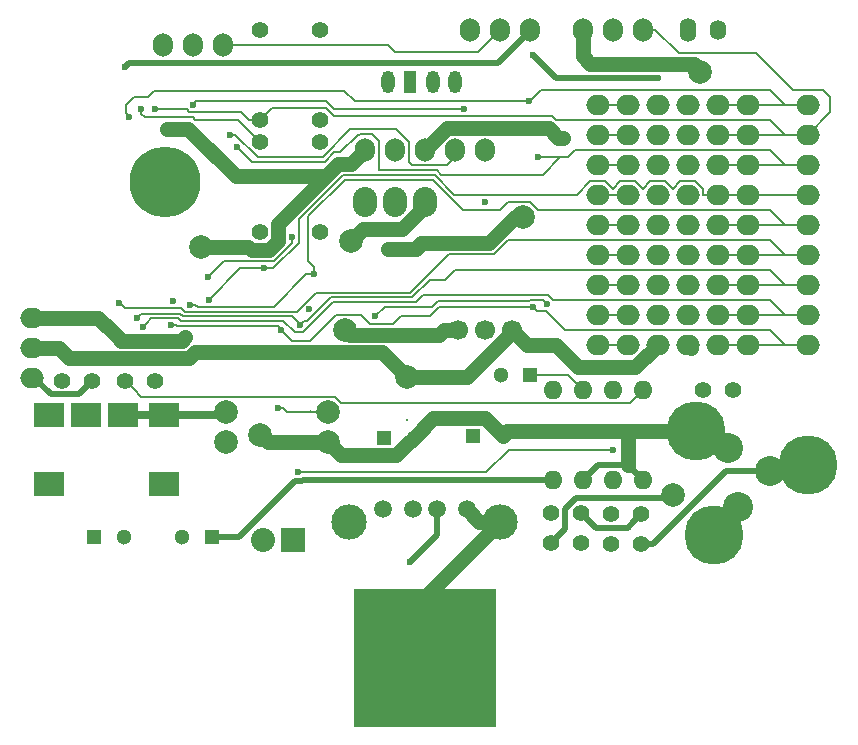
<source format=gbr>
G04 #@! TF.FileFunction,Copper,L2,Bot,Signal*
%FSLAX46Y46*%
G04 Gerber Fmt 4.6, Leading zero omitted, Abs format (unit mm)*
G04 Created by KiCad (PCBNEW 4.0.2+dfsg1-stable) date 2016年08月04日 20時34分36秒*
%MOMM*%
G01*
G04 APERTURE LIST*
%ADD10C,0.100000*%
%ADD11C,6.000000*%
%ADD12C,1.501140*%
%ADD13O,3.000000X3.000000*%
%ADD14C,1.699260*%
%ADD15C,1.300000*%
%ADD16R,1.300000X1.300000*%
%ADD17O,2.032000X2.540000*%
%ADD18C,5.000000*%
%ADD19C,2.540000*%
%ADD20O,1.600000X1.600000*%
%ADD21O,1.117600X1.905000*%
%ADD22R,1.117600X1.905000*%
%ADD23O,1.700000X2.000000*%
%ADD24O,2.000000X1.700000*%
%ADD25C,1.998980*%
%ADD26O,1.400000X2.000000*%
%ADD27O,1.400000X1.700000*%
%ADD28C,2.000000*%
%ADD29R,2.500000X2.000000*%
%ADD30R,12.000000X11.750000*%
%ADD31C,1.397000*%
%ADD32R,2.032000X2.032000*%
%ADD33O,2.032000X2.032000*%
%ADD34C,0.600000*%
%ADD35C,0.203200*%
%ADD36C,1.270000*%
%ADD37C,0.508000*%
%ADD38C,0.635000*%
G04 APERTURE END LIST*
D10*
D11*
X150660000Y-104310000D03*
D12*
X176276860Y-132077880D03*
X173736860Y-132077880D03*
X171704860Y-132077880D03*
X169164860Y-132077880D03*
D13*
X179064000Y-133110000D03*
X166264000Y-133110000D03*
D14*
X177800000Y-116840000D03*
X180091080Y-116840000D03*
X175508920Y-116840000D03*
D15*
X179284000Y-125857000D03*
D16*
X176784000Y-125857000D03*
D17*
X167640000Y-106045000D03*
X170180000Y-106045000D03*
X172720000Y-106045000D03*
D18*
X195622399Y-125469729D03*
X197166131Y-134224670D03*
X205149206Y-128303467D03*
D19*
X198352522Y-126844655D03*
X199234655Y-131847478D03*
X201920353Y-128794733D03*
D20*
X183515000Y-129540000D03*
X186055000Y-129540000D03*
X188595000Y-129540000D03*
X191135000Y-129540000D03*
X191135000Y-121920000D03*
X188595000Y-121920000D03*
X186055000Y-121920000D03*
X183515000Y-121920000D03*
D21*
X169545000Y-95885000D03*
D22*
X171450000Y-95885000D03*
D21*
X173355000Y-95885000D03*
X175260000Y-95885000D03*
D23*
X155575000Y-92710000D03*
X153035000Y-92710000D03*
X150495000Y-92710000D03*
D24*
X139446000Y-115824000D03*
X139446000Y-118364000D03*
X139446000Y-120904000D03*
D23*
X167640000Y-101600000D03*
X172720000Y-101600000D03*
X170180000Y-101600000D03*
X175260000Y-101600000D03*
X177800000Y-101600000D03*
D25*
X193675000Y-130810000D03*
D23*
X186055000Y-91440000D03*
X188595000Y-91440000D03*
X191135000Y-91440000D03*
X176530000Y-91440000D03*
X179070000Y-91440000D03*
X181610000Y-91440000D03*
D26*
X194945000Y-91440000D03*
D27*
X197485000Y-91440000D03*
D28*
X155829000Y-123825000D03*
X164465000Y-123825000D03*
D29*
X150565000Y-129900000D03*
X140865000Y-129900000D03*
X147165000Y-124100000D03*
X150565000Y-124100000D03*
X140865000Y-124100000D03*
X143965000Y-124100000D03*
D30*
X172720000Y-144640000D03*
D31*
X144526000Y-121158000D03*
X141986000Y-121158000D03*
X149860000Y-121158000D03*
X147320000Y-121158000D03*
X183388000Y-134874000D03*
X183388000Y-132334000D03*
X185928000Y-134874000D03*
X185928000Y-132334000D03*
X188468000Y-135001000D03*
X188468000Y-132461000D03*
X191008000Y-135001000D03*
X191008000Y-132461000D03*
X196215000Y-121920000D03*
X198755000Y-121920000D03*
D28*
X155829000Y-126365000D03*
X164465000Y-126365000D03*
D31*
X163830000Y-108585000D03*
X158750000Y-108585000D03*
X163830000Y-100965000D03*
X158750000Y-100965000D03*
D16*
X144693000Y-134366000D03*
D15*
X147193000Y-134366000D03*
X152146000Y-134366000D03*
D16*
X154646000Y-134366000D03*
D24*
X205105000Y-118110000D03*
X205105000Y-107950000D03*
X205105000Y-110490000D03*
X205105000Y-115570000D03*
X205105000Y-113030000D03*
X205105000Y-102870000D03*
X205105000Y-105410000D03*
X205105000Y-100330000D03*
X205105000Y-97790000D03*
D16*
X181610000Y-120650000D03*
D15*
X179110000Y-120650000D03*
D24*
X197485000Y-118110000D03*
X197485000Y-107950000D03*
X197485000Y-110490000D03*
X197485000Y-115570000D03*
X197485000Y-113030000D03*
X197485000Y-102870000D03*
X197485000Y-105410000D03*
X197485000Y-100330000D03*
X197485000Y-97790000D03*
X192405000Y-118110000D03*
X192405000Y-107950000D03*
X192405000Y-110490000D03*
X192405000Y-115570000D03*
X192405000Y-113030000D03*
X192405000Y-102870000D03*
X192405000Y-105410000D03*
X192405000Y-100330000D03*
X192405000Y-97790000D03*
X194945000Y-118110000D03*
X194945000Y-107950000D03*
X194945000Y-110490000D03*
X194945000Y-115570000D03*
X194945000Y-113030000D03*
X194945000Y-102870000D03*
X194945000Y-105410000D03*
X194945000Y-100330000D03*
X194945000Y-97790000D03*
X200025000Y-118110000D03*
X200025000Y-107950000D03*
X200025000Y-110490000D03*
X200025000Y-115570000D03*
X200025000Y-113030000D03*
X200025000Y-102870000D03*
X200025000Y-105410000D03*
X200025000Y-100330000D03*
X200025000Y-97790000D03*
X187325000Y-118110000D03*
X187325000Y-107950000D03*
X187325000Y-110490000D03*
X187325000Y-115570000D03*
X187325000Y-113030000D03*
X187325000Y-102870000D03*
X187325000Y-105410000D03*
X187325000Y-100330000D03*
X187325000Y-97790000D03*
X189865000Y-118110000D03*
X189865000Y-107950000D03*
X189865000Y-110490000D03*
X189865000Y-115570000D03*
X189865000Y-113030000D03*
X189865000Y-102870000D03*
X189865000Y-105410000D03*
X189865000Y-100330000D03*
X189865000Y-97790000D03*
D32*
X161544000Y-134620000D03*
D33*
X159004000Y-134620000D03*
D31*
X158750000Y-91440000D03*
X163830000Y-91440000D03*
X158750000Y-99060000D03*
X163830000Y-99060000D03*
D15*
X171767500Y-125984000D03*
D16*
X169267500Y-125984000D03*
D34*
X163195000Y-118745000D03*
D28*
X171215309Y-120881587D03*
D34*
X162898554Y-115145176D03*
X192405000Y-95504000D03*
X181864000Y-93599000D03*
X170180000Y-106172000D03*
X152400040Y-117475000D03*
X146685000Y-117475000D03*
D28*
X180975000Y-107315000D03*
D34*
X177815132Y-106029868D03*
X169545000Y-109996500D03*
X172400000Y-109540000D03*
D28*
X153736904Y-109855000D03*
X158750000Y-125730000D03*
X195961000Y-94996000D03*
D34*
X150876000Y-99822000D03*
X181520012Y-97521771D03*
X147656801Y-98845215D03*
X148684058Y-98131281D03*
X175983979Y-98156771D03*
X153035000Y-97790000D03*
D28*
X165955376Y-116909980D03*
X166470118Y-109320118D03*
D34*
X184404000Y-100584000D03*
X149860000Y-98204380D03*
X171450000Y-136525000D03*
X147297000Y-94615000D03*
X161418521Y-109036161D03*
X154332420Y-112367580D03*
X160274000Y-123444000D03*
X156210000Y-100330000D03*
X181864000Y-114935000D03*
X151193772Y-116494200D03*
X160528000Y-116840000D03*
X151360000Y-114410000D03*
X152825832Y-114727139D03*
X163290000Y-112165000D03*
X146812000Y-114554000D03*
X148844000Y-116586000D03*
X156804167Y-101350137D03*
X182245036Y-102235000D03*
X159033217Y-111656732D03*
X154432000Y-114300000D03*
X183013756Y-114639814D03*
X168497148Y-115736758D03*
X161925000Y-128905000D03*
X188595000Y-127000000D03*
X162155872Y-116458083D03*
X148336000Y-115824000D03*
D35*
X171138850Y-124429520D02*
X171169330Y-124460000D01*
D36*
X176251668Y-120881587D02*
X180091080Y-117042175D01*
X180091080Y-117042175D02*
X180091080Y-116840000D01*
X171215309Y-120881587D02*
X176251668Y-120881587D01*
X163195000Y-118745000D02*
X169078722Y-118745000D01*
X169078722Y-118745000D02*
X171215309Y-120881587D01*
X153208948Y-118745000D02*
X169078722Y-118745000D01*
X139446000Y-118364000D02*
X141716000Y-118364000D01*
X141716000Y-118364000D02*
X142597009Y-119245009D01*
X142597009Y-119245009D02*
X152708939Y-119245009D01*
X152708939Y-119245009D02*
X153208948Y-118745000D01*
X192405000Y-118110000D02*
X190500000Y-120015000D01*
X190500000Y-120015000D02*
X185655869Y-120015000D01*
X185655869Y-120015000D02*
X183750869Y-118110000D01*
X183750869Y-118110000D02*
X181361080Y-118110000D01*
X181361080Y-118110000D02*
X180091080Y-116840000D01*
D37*
X181864000Y-93599000D02*
X183769000Y-95504000D01*
X183769000Y-95504000D02*
X191980736Y-95504000D01*
X191980736Y-95504000D02*
X192405000Y-95504000D01*
D35*
X155575000Y-92710000D02*
X169545000Y-92710000D01*
X177165000Y-93345000D02*
X179070000Y-91440000D01*
X170180000Y-93345000D02*
X177165000Y-93345000D01*
X169545000Y-92710000D02*
X170180000Y-93345000D01*
D36*
X195622399Y-125469729D02*
X189801500Y-125469729D01*
X189801500Y-125469729D02*
X179671271Y-125469729D01*
X189880999Y-128285999D02*
X189880999Y-125549228D01*
X189880999Y-125549228D02*
X189801500Y-125469729D01*
X177798999Y-124371999D02*
X178634001Y-125207001D01*
X173379501Y-124371999D02*
X177798999Y-124371999D01*
X171767500Y-125984000D02*
X173379501Y-124371999D01*
X178634001Y-125207001D02*
X179284000Y-125857000D01*
X179671271Y-125469729D02*
X179284000Y-125857000D01*
X146984999Y-117774999D02*
X152100041Y-117774999D01*
X146685000Y-117475000D02*
X146984999Y-117774999D01*
X152100041Y-117774999D02*
X152400040Y-117475000D01*
X145034000Y-115824000D02*
X146385001Y-117175001D01*
X146385001Y-117175001D02*
X146685000Y-117475000D01*
X139446000Y-115824000D02*
X145034000Y-115824000D01*
X178115000Y-109540000D02*
X180340000Y-107315000D01*
X180340000Y-107315000D02*
X180975000Y-107315000D01*
X172400000Y-109540000D02*
X178115000Y-109540000D01*
X169545000Y-109996500D02*
X171943500Y-109996500D01*
X171943500Y-109996500D02*
X172400000Y-109540000D01*
X160283501Y-107886442D02*
X164299943Y-103870000D01*
X160283501Y-109321081D02*
X160283501Y-107886442D01*
X153736904Y-109855000D02*
X157750418Y-109855000D01*
X157750418Y-109855000D02*
X158013919Y-110118501D01*
X158013919Y-110118501D02*
X159486081Y-110118501D01*
X159486081Y-110118501D02*
X160283501Y-109321081D01*
X160020000Y-126365000D02*
X159385000Y-126365000D01*
X159385000Y-126365000D02*
X158750000Y-125730000D01*
X164465000Y-126365000D02*
X160020000Y-126365000D01*
X152654000Y-99822000D02*
X151300264Y-99822000D01*
X156702000Y-103870000D02*
X152654000Y-99822000D01*
X164299943Y-103870000D02*
X156702000Y-103870000D01*
X167640000Y-101600000D02*
X166439820Y-102800180D01*
X165369762Y-102800181D02*
X164299943Y-103870000D01*
X166439820Y-102800180D02*
X165369762Y-102800181D01*
X151300264Y-99822000D02*
X150876000Y-99822000D01*
X164465000Y-126365000D02*
X165569001Y-127469001D01*
X165569001Y-127469001D02*
X170282499Y-127469001D01*
X171117501Y-126633999D02*
X171767500Y-125984000D01*
X170282499Y-127469001D02*
X171117501Y-126633999D01*
D37*
X186055000Y-129540000D02*
X187309001Y-128285999D01*
X187309001Y-128285999D02*
X189880999Y-128285999D01*
X189880999Y-128285999D02*
X190335001Y-128740001D01*
X190335001Y-128740001D02*
X191135000Y-129540000D01*
D36*
X195453000Y-94361000D02*
X195961000Y-94869000D01*
X195961000Y-94869000D02*
X195961000Y-94996000D01*
X186706000Y-94361000D02*
X195453000Y-94361000D01*
X186055000Y-91440000D02*
X186055000Y-93710000D01*
X186055000Y-93710000D02*
X186706000Y-94361000D01*
X172720000Y-144640000D02*
X172720000Y-139454000D01*
X172720000Y-139454000D02*
X179064000Y-133110000D01*
X179064000Y-133110000D02*
X177308980Y-133110000D01*
X177308980Y-133110000D02*
X176276860Y-132077880D01*
X195199000Y-118364000D02*
X194945000Y-118110000D01*
D35*
X203200000Y-97790000D02*
X201930000Y-96520000D01*
X181095748Y-97521771D02*
X181520012Y-97521771D01*
X149269525Y-97126469D02*
X149777516Y-96618478D01*
X181820011Y-97221772D02*
X181520012Y-97521771D01*
X182521783Y-96520000D02*
X181820011Y-97221772D01*
X201930000Y-96520000D02*
X182521783Y-96520000D01*
X165833478Y-96618478D02*
X166736771Y-97521771D01*
X149777516Y-96618478D02*
X165833478Y-96618478D01*
X166736771Y-97521771D02*
X181095748Y-97521771D01*
X147356802Y-97796454D02*
X147356802Y-98545216D01*
X147356802Y-98545216D02*
X147656801Y-98845215D01*
X149269525Y-97126469D02*
X148026786Y-97126470D01*
X148026786Y-97126470D02*
X147356802Y-97796454D01*
X149777524Y-96618470D02*
X149269525Y-97126469D01*
X200025000Y-97790000D02*
X203200000Y-97790000D01*
X203200000Y-97790000D02*
X205105000Y-97790000D01*
X197485000Y-97790000D02*
X200025000Y-97790000D01*
X153216566Y-99060000D02*
X156845000Y-99060000D01*
X156845000Y-99060000D02*
X158750000Y-100965000D01*
X148684058Y-98555545D02*
X149013903Y-98885390D01*
X148684058Y-98131281D02*
X148684058Y-98555545D01*
X149013903Y-98885390D02*
X153041956Y-98885390D01*
X153041956Y-98885390D02*
X153216566Y-99060000D01*
X164977147Y-98156771D02*
X175559715Y-98156771D01*
X164310377Y-97490001D02*
X164977147Y-98156771D01*
X153035000Y-97790000D02*
X153334999Y-97490001D01*
X153334999Y-97490001D02*
X164310377Y-97490001D01*
X175559715Y-98156771D02*
X175983979Y-98156771D01*
D36*
X166320385Y-117274989D02*
X165955376Y-116909980D01*
X174307362Y-116840000D02*
X173872373Y-117274989D01*
X175508920Y-116840000D02*
X174307362Y-116840000D01*
X173872373Y-117274989D02*
X166320385Y-117274989D01*
X166470118Y-109320118D02*
X167470117Y-108320119D01*
X170776604Y-108320119D02*
X172720000Y-106376723D01*
X172720000Y-106376723D02*
X172720000Y-106045000D01*
X167470117Y-108320119D02*
X170776604Y-108320119D01*
X174555010Y-99764990D02*
X183160726Y-99764990D01*
X183160726Y-99764990D02*
X183979736Y-100584000D01*
X172720000Y-101600000D02*
X174555010Y-99764990D01*
X183979736Y-100584000D02*
X184404000Y-100584000D01*
D37*
X194056000Y-131064000D02*
X185492298Y-131064000D01*
X185492298Y-131064000D02*
X184540501Y-132015797D01*
X184540501Y-132015797D02*
X184540501Y-133721499D01*
X184540501Y-133721499D02*
X184086499Y-134175501D01*
X184086499Y-134175501D02*
X183388000Y-134874000D01*
D38*
X150565000Y-124100000D02*
X155554000Y-124100000D01*
X155554000Y-124100000D02*
X155829000Y-123825000D01*
X147165000Y-124100000D02*
X150565000Y-124100000D01*
D35*
X200660000Y-93424389D02*
X200739389Y-93424389D01*
X192188200Y-91440000D02*
X194172589Y-93424389D01*
X191135000Y-91440000D02*
X192188200Y-91440000D01*
X194172589Y-93424389D02*
X200660000Y-93424389D01*
X207010000Y-98425000D02*
X205105000Y-100330000D01*
X207010000Y-97155000D02*
X207010000Y-98425000D01*
X206375000Y-96520000D02*
X207010000Y-97155000D01*
X203835000Y-96520000D02*
X206375000Y-96520000D01*
X200739389Y-93424389D02*
X203835000Y-96520000D01*
X159750101Y-98059899D02*
X159448499Y-98361501D01*
X183478694Y-98758391D02*
X165008541Y-98758391D01*
X183780303Y-99060000D02*
X183478694Y-98758391D01*
X201930000Y-99060000D02*
X183780303Y-99060000D01*
X159448499Y-98361501D02*
X158750000Y-99060000D01*
X203200000Y-100330000D02*
X201930000Y-99060000D01*
X165008541Y-98758391D02*
X164310049Y-98059899D01*
X164310049Y-98059899D02*
X159750101Y-98059899D01*
X150284264Y-98204380D02*
X149860000Y-98204380D01*
X157093774Y-98391602D02*
X152746230Y-98391602D01*
X152746230Y-98391602D02*
X152559008Y-98204380D01*
X157762172Y-99060000D02*
X157093774Y-98391602D01*
X158750000Y-99060000D02*
X157762172Y-99060000D01*
X152559008Y-98204380D02*
X150284264Y-98204380D01*
X205255000Y-100330000D02*
X205105000Y-100330000D01*
X200025000Y-100330000D02*
X203073000Y-100330000D01*
X203073000Y-100330000D02*
X203200000Y-100330000D01*
X203200000Y-100330000D02*
X205105000Y-100330000D01*
X197485000Y-100330000D02*
X200025000Y-100330000D01*
D37*
X173736860Y-134238140D02*
X173736860Y-132077880D01*
X171450000Y-136525000D02*
X173736860Y-134238140D01*
X191008000Y-135001000D02*
X192017879Y-135001000D01*
X198224146Y-128794733D02*
X200124302Y-128794733D01*
X200124302Y-128794733D02*
X201920353Y-128794733D01*
X192017879Y-135001000D02*
X198224146Y-128794733D01*
X201550173Y-128684467D02*
X205085706Y-128684467D01*
X147297000Y-94615000D02*
X147596999Y-94315001D01*
X147596999Y-94315001D02*
X178884999Y-94315001D01*
X178884999Y-94315001D02*
X181610000Y-91590000D01*
X181610000Y-91590000D02*
X181610000Y-91440000D01*
D35*
X154332420Y-112367580D02*
X155644888Y-111055112D01*
X161418521Y-109510628D02*
X161418521Y-109460425D01*
X159874037Y-111055112D02*
X161418521Y-109510628D01*
X155644888Y-111055112D02*
X159874037Y-111055112D01*
X161418521Y-109460425D02*
X161418521Y-109036161D01*
D37*
X139446000Y-120904000D02*
X139596000Y-120904000D01*
X139596000Y-120904000D02*
X141002501Y-122310501D01*
X141002501Y-122310501D02*
X143373499Y-122310501D01*
X143373499Y-122310501D02*
X143827501Y-121856499D01*
X143827501Y-121856499D02*
X144526000Y-121158000D01*
D35*
X191135000Y-121920000D02*
X190033399Y-123021601D01*
X148685399Y-122523399D02*
X148018499Y-121856499D01*
X190033399Y-123021601D02*
X165587971Y-123021601D01*
X165587971Y-123021601D02*
X165089769Y-122523399D01*
X165089769Y-122523399D02*
X148685399Y-122523399D01*
X148018499Y-121856499D02*
X147320000Y-121158000D01*
D37*
X155804000Y-134366000D02*
X154646000Y-134366000D01*
X156944924Y-134366000D02*
X155804000Y-134366000D01*
X162286922Y-129659002D02*
X161651922Y-129659002D01*
X162405924Y-129540000D02*
X162286922Y-129659002D01*
X183515000Y-129540000D02*
X162405924Y-129540000D01*
X161651922Y-129659002D02*
X156944924Y-134366000D01*
D35*
X186055000Y-121920000D02*
X184785000Y-120650000D01*
X184785000Y-120650000D02*
X181610000Y-120650000D01*
D37*
X185928000Y-132334000D02*
X187207501Y-133613501D01*
X187207501Y-133613501D02*
X189855499Y-133613501D01*
X189855499Y-133613501D02*
X190309501Y-133159499D01*
X190309501Y-133159499D02*
X191008000Y-132461000D01*
D35*
X161036000Y-123825000D02*
X160655000Y-123444000D01*
X160655000Y-123444000D02*
X160274000Y-123444000D01*
X164465000Y-123825000D02*
X161036000Y-123825000D01*
X164465000Y-123825000D02*
X163050787Y-123825000D01*
X163050787Y-123825000D02*
X162923787Y-123698000D01*
X174564632Y-102930368D02*
X175260000Y-102235000D01*
X171636746Y-102930368D02*
X174564632Y-102930368D01*
X171331610Y-102625232D02*
X171636746Y-102930368D01*
X170253802Y-99895180D02*
X171331610Y-100972988D01*
X166369999Y-99895180D02*
X170253802Y-99895180D01*
X164030179Y-102235000D02*
X166369999Y-99895180D01*
X156210000Y-100330000D02*
X156634850Y-100330000D01*
X158539850Y-102235000D02*
X164030179Y-102235000D01*
X156634850Y-100330000D02*
X158539850Y-102235000D01*
X171331610Y-100972988D02*
X171331610Y-102625232D01*
X182163999Y-115234999D02*
X182925999Y-115234999D01*
X182925999Y-115234999D02*
X184531000Y-116840000D01*
X184531000Y-116840000D02*
X201930000Y-116840000D01*
X181864000Y-114935000D02*
X182163999Y-115234999D01*
X201930000Y-116840000D02*
X203200000Y-118110000D01*
X160528000Y-116840000D02*
X161479693Y-117791693D01*
X161479693Y-117791693D02*
X162973633Y-117791693D01*
X162973633Y-117791693D02*
X165156948Y-115608378D01*
X165156948Y-115608378D02*
X167271854Y-115608378D01*
X167271854Y-115608378D02*
X168001854Y-116338378D01*
X168001854Y-116338378D02*
X169981847Y-116338378D01*
X169981847Y-116338378D02*
X170631457Y-115688769D01*
X170631457Y-115688769D02*
X173109231Y-115688769D01*
X173109231Y-115688769D02*
X173863000Y-114935000D01*
X173863000Y-114935000D02*
X181864000Y-114935000D01*
X160226391Y-116538391D02*
X151662227Y-116538391D01*
X160528000Y-116840000D02*
X160226391Y-116538391D01*
X151618036Y-116494200D02*
X151193772Y-116494200D01*
X151662227Y-116538391D02*
X151618036Y-116494200D01*
X203073000Y-118110000D02*
X203200000Y-118110000D01*
X203200000Y-118110000D02*
X205105000Y-118110000D01*
X205105000Y-118110000D02*
X204955000Y-118110000D01*
X200025000Y-118110000D02*
X203073000Y-118110000D01*
X197485000Y-118110000D02*
X200025000Y-118110000D01*
X153250096Y-114727139D02*
X152825832Y-114727139D01*
X153448505Y-114925548D02*
X153250096Y-114727139D01*
X163290000Y-112165000D02*
X162636800Y-112165000D01*
X159876252Y-114925548D02*
X153448505Y-114925548D01*
X162636800Y-112165000D02*
X159876252Y-114925548D01*
X163290000Y-111511800D02*
X163290000Y-112165000D01*
X162829899Y-111051699D02*
X163290000Y-111511800D01*
X162829899Y-107234836D02*
X162829899Y-111051699D01*
X179715230Y-106013398D02*
X179048628Y-106680000D01*
X181599770Y-106013398D02*
X179715230Y-106013398D01*
X165924735Y-104140000D02*
X162829899Y-107234836D01*
X173355000Y-104140000D02*
X165924735Y-104140000D01*
X179048628Y-106680000D02*
X175895000Y-106680000D01*
X182266372Y-106680000D02*
X181599770Y-106013398D01*
X201930000Y-106680000D02*
X182266372Y-106680000D01*
X175895000Y-106680000D02*
X173355000Y-104140000D01*
X203200000Y-107950000D02*
X201930000Y-106680000D01*
X200025000Y-107950000D02*
X197485000Y-107950000D01*
X205105000Y-107950000D02*
X203200000Y-107950000D01*
X203200000Y-107950000D02*
X203073000Y-107950000D01*
X203073000Y-107950000D02*
X200025000Y-107950000D01*
X147269601Y-115011601D02*
X147111999Y-114853999D01*
X201930000Y-109220000D02*
X179759566Y-109220000D01*
X178502956Y-110476611D02*
X174692956Y-110476611D01*
X203200000Y-110490000D02*
X201930000Y-109220000D01*
X152039779Y-115011601D02*
X147269601Y-115011601D01*
X179759566Y-109220000D02*
X178502956Y-110476611D01*
X161824601Y-115328759D02*
X152356937Y-115328759D01*
X147111999Y-114853999D02*
X146812000Y-114554000D01*
X174692956Y-110476611D02*
X171444197Y-113725370D01*
X171444197Y-113725370D02*
X163427990Y-113725370D01*
X152356937Y-115328759D02*
X152039779Y-115011601D01*
X163427990Y-113725370D02*
X161824601Y-115328759D01*
X205105000Y-110490000D02*
X203962000Y-110490000D01*
X203962000Y-110490000D02*
X203200000Y-110490000D01*
X203200000Y-110490000D02*
X203073000Y-110490000D01*
X203073000Y-110490000D02*
X200025000Y-110490000D01*
X197485000Y-110490000D02*
X200025000Y-110490000D01*
X171917985Y-114531789D02*
X164932985Y-114531789D01*
X160713551Y-116135181D02*
X152022907Y-116135181D01*
X201930000Y-114300000D02*
X183531496Y-114300000D01*
X203200000Y-115570000D02*
X201930000Y-114300000D01*
X183531496Y-114300000D02*
X183128286Y-113896790D01*
X162381962Y-117082812D02*
X161661182Y-117082812D01*
X164932985Y-114531789D02*
X162381962Y-117082812D01*
X161661182Y-117082812D02*
X160713551Y-116135181D01*
X151780324Y-115892598D02*
X149537402Y-115892598D01*
X152022907Y-116135181D02*
X151780324Y-115892598D01*
X149537402Y-115892598D02*
X149143999Y-116286001D01*
X149143999Y-116286001D02*
X148844000Y-116586000D01*
X172552984Y-113896790D02*
X171917985Y-114531789D01*
X183128286Y-113896790D02*
X172552984Y-113896790D01*
X203200000Y-115570000D02*
X203073000Y-115570000D01*
X205105000Y-115570000D02*
X203200000Y-115570000D01*
X203073000Y-115570000D02*
X200025000Y-115570000D01*
X197485000Y-115570000D02*
X200025000Y-115570000D01*
X182648211Y-103736789D02*
X184150000Y-102235000D01*
X168791610Y-103333578D02*
X173689030Y-103333578D01*
X173689030Y-103333578D02*
X174092241Y-103736789D01*
X168243390Y-100298390D02*
X168791610Y-100846610D01*
X168791610Y-100846610D02*
X168791610Y-103333578D01*
X174092241Y-103736789D02*
X182648211Y-103736789D01*
X167162988Y-100298390D02*
X168243390Y-100298390D01*
X165524850Y-101810150D02*
X167005000Y-100330000D01*
X165035226Y-101810150D02*
X165524850Y-101810150D01*
X164207165Y-102638211D02*
X165035226Y-101810150D01*
X167131378Y-100330000D02*
X167162988Y-100298390D01*
X167005000Y-100330000D02*
X167131378Y-100330000D01*
X156804167Y-101350137D02*
X158092241Y-102638211D01*
X158092241Y-102638211D02*
X164207165Y-102638211D01*
X184150000Y-102235000D02*
X182245036Y-102235000D01*
X203200000Y-102870000D02*
X201930000Y-101600000D01*
X184785000Y-102235000D02*
X184150000Y-102235000D01*
X185420000Y-101600000D02*
X184785000Y-102235000D01*
X201930000Y-101600000D02*
X185420000Y-101600000D01*
X200025000Y-102870000D02*
X203073000Y-102870000D01*
X203073000Y-102870000D02*
X203200000Y-102870000D01*
X203200000Y-102870000D02*
X205105000Y-102870000D01*
X197485000Y-102870000D02*
X200025000Y-102870000D01*
X162020123Y-109479252D02*
X159842643Y-111656732D01*
X185546378Y-105410000D02*
X175195226Y-105410000D01*
X175195226Y-105410000D02*
X173522015Y-103736789D01*
X186697988Y-104258390D02*
X185546378Y-105410000D01*
X194317988Y-104258390D02*
X193675000Y-104901378D01*
X187952012Y-104258390D02*
X186697988Y-104258390D01*
X191135000Y-104901378D02*
X190492012Y-104258390D01*
X189237988Y-104258390D02*
X188595000Y-104901378D01*
X191777988Y-104258390D02*
X191135000Y-104901378D01*
X188595000Y-104901378D02*
X187952012Y-104258390D01*
X193675000Y-104901378D02*
X193032012Y-104258390D01*
X157075268Y-111656732D02*
X158608953Y-111656732D01*
X159842643Y-111656732D02*
X159033217Y-111656732D01*
X173522015Y-103736789D02*
X165757719Y-103736790D01*
X193032012Y-104258390D02*
X191777988Y-104258390D01*
X203200000Y-105410000D02*
X196246610Y-105410000D01*
X195572012Y-104258390D02*
X194317988Y-104258390D01*
X154432000Y-114300000D02*
X157075268Y-111656732D01*
X162020123Y-107474386D02*
X162020123Y-109479252D01*
X196246610Y-105410000D02*
X196246610Y-104932988D01*
X158608953Y-111656732D02*
X159033217Y-111656732D01*
X165757719Y-103736790D02*
X162020123Y-107474386D01*
X196246610Y-104932988D02*
X195572012Y-104258390D01*
X190492012Y-104258390D02*
X189237988Y-104258390D01*
X200025000Y-105410000D02*
X203073000Y-105410000D01*
X203073000Y-105410000D02*
X203200000Y-105410000D01*
X203200000Y-105410000D02*
X205105000Y-105410000D01*
X197485000Y-105410000D02*
X200025000Y-105410000D01*
X187325000Y-118110000D02*
X189865000Y-118110000D01*
X187325000Y-107950000D02*
X189865000Y-107950000D01*
X187325000Y-110490000D02*
X189865000Y-110490000D01*
X187325000Y-115570000D02*
X189865000Y-115570000D01*
X187325000Y-113030000D02*
X189865000Y-113030000D01*
X187325000Y-102870000D02*
X189865000Y-102870000D01*
X187325000Y-105410000D02*
X189865000Y-105410000D01*
X187325000Y-100330000D02*
X189865000Y-100330000D01*
X187325000Y-97790000D02*
X189865000Y-97790000D01*
X182713757Y-114339815D02*
X183013756Y-114639814D01*
X169298906Y-114935000D02*
X173292774Y-114935000D01*
X168497148Y-115736758D02*
X169298906Y-114935000D01*
X182707341Y-114333399D02*
X182713757Y-114339815D01*
X181575231Y-114333399D02*
X182707341Y-114333399D01*
X181509555Y-114399075D02*
X181575231Y-114333399D01*
X173828699Y-114399075D02*
X181509555Y-114399075D01*
X173292774Y-114935000D02*
X173828699Y-114399075D01*
X177863569Y-128905000D02*
X161925000Y-128905000D01*
X188595000Y-127000000D02*
X179768569Y-127000000D01*
X179768569Y-127000000D02*
X177863569Y-128905000D01*
X148336000Y-115824000D02*
X148670613Y-115489387D01*
X151947339Y-115489387D02*
X152189922Y-115731970D01*
X161429759Y-115731970D02*
X161855873Y-116158084D01*
X161855873Y-116158084D02*
X162155872Y-116458083D01*
X148670613Y-115489387D02*
X151947339Y-115489387D01*
X152189922Y-115731970D02*
X161429759Y-115731970D01*
X171611212Y-114128581D02*
X164765967Y-114128581D01*
X164765967Y-114128581D02*
X162736464Y-116158084D01*
X162736464Y-116158084D02*
X162455871Y-116158084D01*
X162455871Y-116158084D02*
X162155872Y-116458083D01*
X173119743Y-112620050D02*
X171611212Y-114128581D01*
X174389743Y-112620050D02*
X173119743Y-112620050D01*
X203200000Y-113030000D02*
X201930000Y-111760000D01*
X175249793Y-111760000D02*
X174389743Y-112620050D01*
X201930000Y-111760000D02*
X175249793Y-111760000D01*
X203200000Y-113030000D02*
X203073000Y-113030000D01*
X203835000Y-113030000D02*
X203200000Y-113030000D01*
X204955000Y-113030000D02*
X203835000Y-113030000D01*
X205105000Y-113030000D02*
X204955000Y-113030000D01*
X205105000Y-113030000D02*
X203835000Y-113030000D01*
X203073000Y-113030000D02*
X200025000Y-113030000D01*
X200025000Y-113030000D02*
X197485000Y-113030000D01*
M02*

</source>
